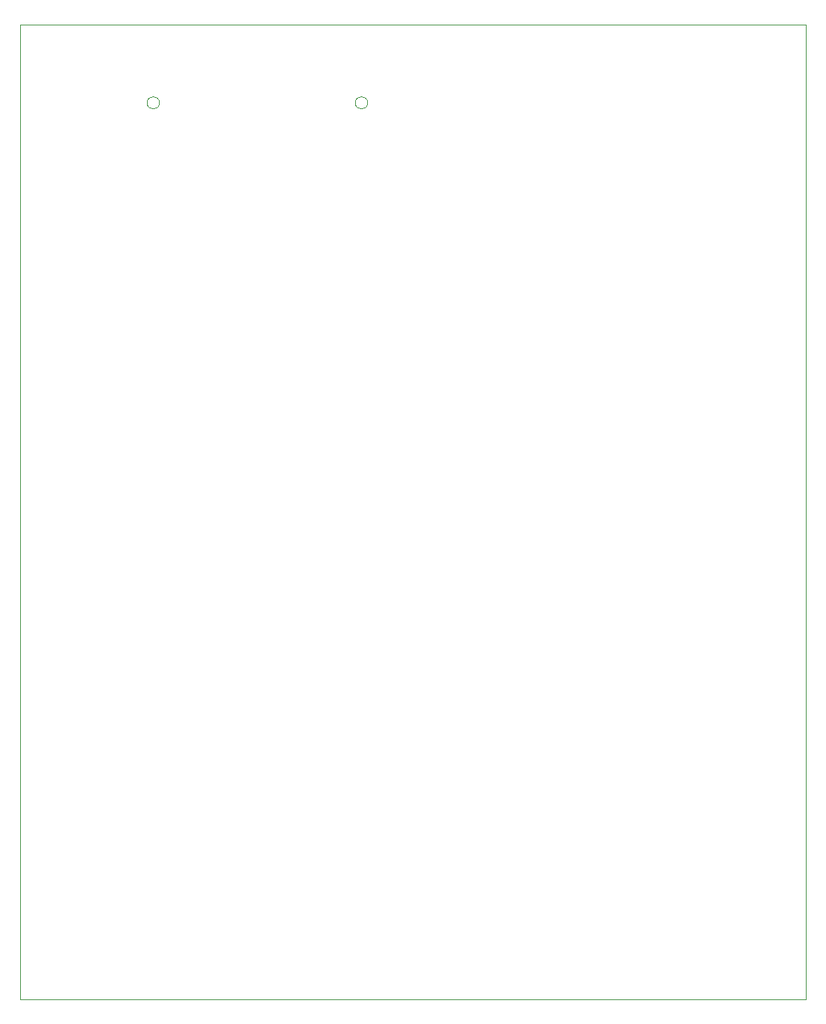
<source format=gbr>
%TF.GenerationSoftware,KiCad,Pcbnew,7.0.8+1*%
%TF.CreationDate,2023-11-05T23:31:33+01:00*%
%TF.ProjectId,QL_qplane,514c5f71-706c-4616-9e65-2e6b69636164,0.1*%
%TF.SameCoordinates,Original*%
%TF.FileFunction,Profile,NP*%
%FSLAX46Y46*%
G04 Gerber Fmt 4.6, Leading zero omitted, Abs format (unit mm)*
G04 Created by KiCad (PCBNEW 7.0.8+1) date 2023-11-05 23:31:33*
%MOMM*%
%LPD*%
G01*
G04 APERTURE LIST*
%TA.AperFunction,Profile*%
%ADD10C,0.100000*%
%TD*%
%TA.AperFunction,Profile*%
%ADD11C,0.050000*%
%TD*%
G04 APERTURE END LIST*
D10*
X74136000Y-40005000D02*
X163290000Y-40005000D01*
X163290000Y-150495000D01*
X74136000Y-150495000D01*
X74136000Y-40005000D01*
D11*
%TO.C,P8*%
X89949000Y-48895000D02*
G75*
G03*
X89949000Y-48895000I-700000J0D01*
G01*
%TO.C,P9*%
X113571000Y-48895000D02*
G75*
G03*
X113571000Y-48895000I-700000J0D01*
G01*
%TD*%
M02*

</source>
